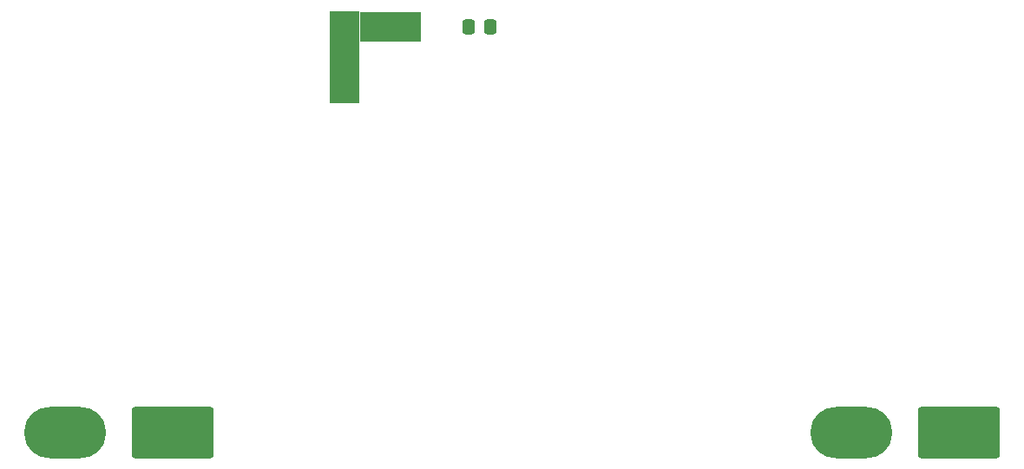
<source format=gtp>
G04 #@! TF.GenerationSoftware,KiCad,Pcbnew,7.0.9-7.0.9~ubuntu20.04.1*
G04 #@! TF.CreationDate,2023-12-17T17:55:52+01:00*
G04 #@! TF.ProjectId,PL_switch,504c5f73-7769-4746-9368-2e6b69636164,1.0*
G04 #@! TF.SameCoordinates,Original*
G04 #@! TF.FileFunction,Paste,Top*
G04 #@! TF.FilePolarity,Positive*
%FSLAX46Y46*%
G04 Gerber Fmt 4.6, Leading zero omitted, Abs format (unit mm)*
G04 Created by KiCad (PCBNEW 7.0.9-7.0.9~ubuntu20.04.1) date 2023-12-17 17:55:52*
%MOMM*%
%LPD*%
G01*
G04 APERTURE LIST*
G04 Aperture macros list*
%AMRoundRect*
0 Rectangle with rounded corners*
0 $1 Rounding radius*
0 $2 $3 $4 $5 $6 $7 $8 $9 X,Y pos of 4 corners*
0 Add a 4 corners polygon primitive as box body*
4,1,4,$2,$3,$4,$5,$6,$7,$8,$9,$2,$3,0*
0 Add four circle primitives for the rounded corners*
1,1,$1+$1,$2,$3*
1,1,$1+$1,$4,$5*
1,1,$1+$1,$6,$7*
1,1,$1+$1,$8,$9*
0 Add four rect primitives between the rounded corners*
20,1,$1+$1,$2,$3,$4,$5,0*
20,1,$1+$1,$4,$5,$6,$7,0*
20,1,$1+$1,$6,$7,$8,$9,0*
20,1,$1+$1,$8,$9,$2,$3,0*%
G04 Aperture macros list end*
%ADD10RoundRect,0.250000X-0.337500X-0.475000X0.337500X-0.475000X0.337500X0.475000X-0.337500X0.475000X0*%
%ADD11R,3.000000X9.000000*%
%ADD12R,6.000000X3.000000*%
%ADD13RoundRect,2.500000X-1.500000X0.000000X1.500000X0.000000X1.500000X0.000000X-1.500000X0.000000X0*%
%ADD14RoundRect,0.250000X-3.750000X-2.250000X3.750000X-2.250000X3.750000X2.250000X-3.750000X2.250000X0*%
G04 APERTURE END LIST*
D10*
X108585000Y-80010000D03*
X110660000Y-80010000D03*
D11*
X96465000Y-83010000D03*
D12*
X100965000Y-80010000D03*
D13*
X69215000Y-119634000D03*
D14*
X79715000Y-119634000D03*
D13*
X145915000Y-119634000D03*
D14*
X156415000Y-119634000D03*
M02*

</source>
